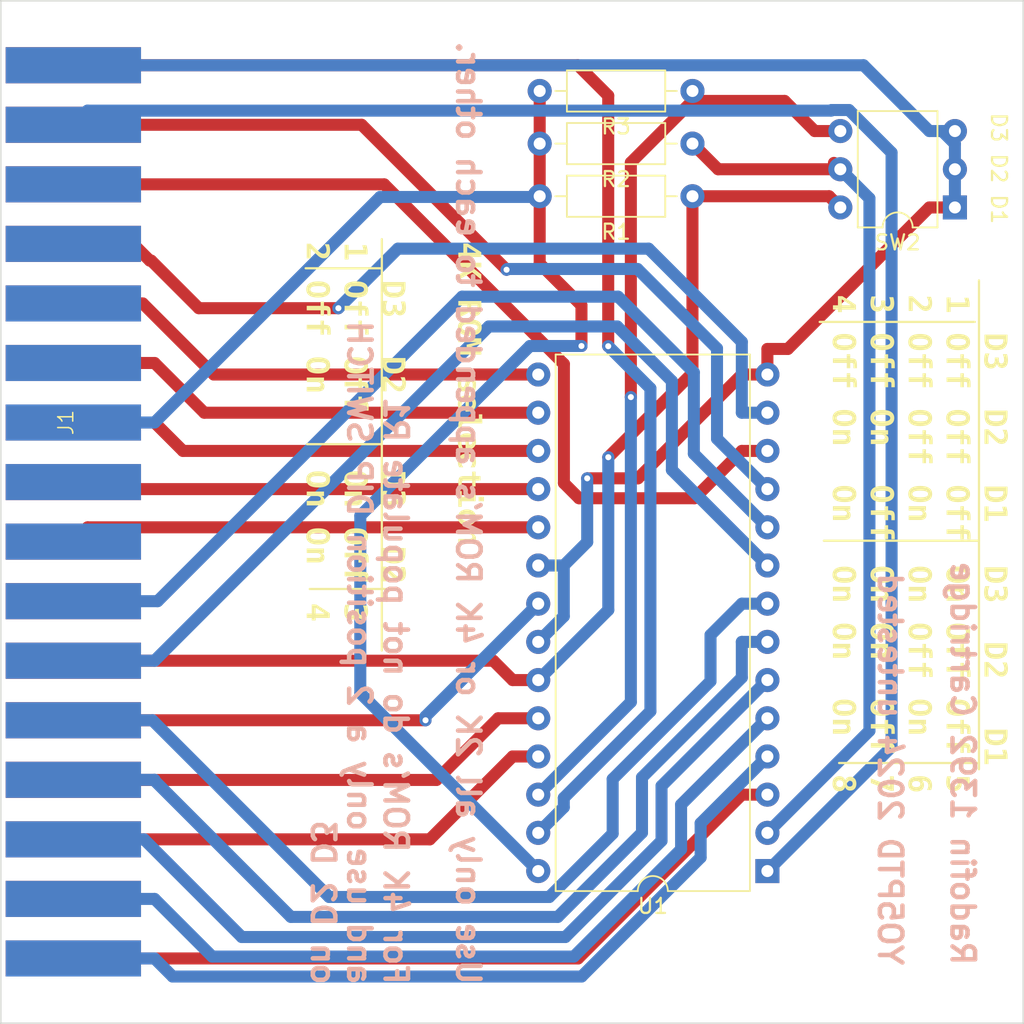
<source format=kicad_pcb>
(kicad_pcb (version 20221018) (generator pcbnew)
  (layers (0 "F.Cu" signal) (31 "B.Cu" signal) (34 "B.Paste" user) (35 "F.Paste" user) (36 "B.SilkS" user "B.Silkscreen") (37 "F.SilkS" user "F.Silkscreen") (38 "B.Mask" user) (39 "F.Mask" user) (44 "Edge.Cuts" user))
  (net 0 "")
  (net 1 "VCC")
  (net 2 "GND")
  (net 3 "/D2")
  (net 4 "/D1")
  (net 5 "/D0")
  (net 6 "/A7")
  (net 7 "/A8")
  (net 8 "/A9")
  (net 9 "/A10")
  (net 10 "/A11")
  (net 11 "/D7")
  (net 12 "/D6")
  (net 13 "/D5")
  (net 14 "/D4")
  (net 23 "/D3")
  (net 24 "/{slash}PGM")
  (net 25 "/VPP")
  (net 26 "/A0")
  (net 27 "/A1")
  (net 28 "/A2")
  (net 29 "/A3")
  (net 30 "/A4")
  (net 31 "/A5")
  (net 32 "/A6")
  (net 33 "/A12")
  (net 34 "/A13")
  (footprint "Package_DIP:DIP-28_W15.24mm" (layer "F.Cu") (at 134.9828 109.3764 180)
    (fp_text reference "U1" (at 7.62 -2.33) (layer "F.SilkS"))
    (fp_text value "27C128")
    (fp_line (start 1.16 -1.33) (end 1.16 34.35) (stroke (width 0.12)) (layer "F.SilkS"))
    (fp_line (start 1.16 34.35) (end 14.08 34.35) (stroke (width 0.12)) (layer "F.SilkS"))
    (fp_line (start 6.62 -1.33) (end 1.16 -1.33) (stroke (width 0.12)) (layer "F.SilkS"))
    (fp_line (start 14.08 -1.33) (end 8.62 -1.33) (stroke (width 0.12)) (layer "F.SilkS"))
    (fp_line (start 14.08 34.35) (end 14.08 -1.33) (stroke (width 0.12)) (layer "F.SilkS"))
    (fp_arc (start 8.62 -1.33) (mid 7.62 -0.33) (end 6.62 -1.33) (stroke (width 0.12)) (layer "F.SilkS"))
    (pad "1" thru_hole rect (at 0 0 180) (size 1.6 1.6) (drill 0.8) (layers "*.Cu" "*.Mask") (net 25 "/VPP"))
    (pad "2" thru_hole oval (at 0 2.54 180) (size 1.6 1.6) (drill 0.8) (layers "*.Cu" "*.Mask") (net 33 "/A12"))
    (pad "3" thru_hole oval (at 0 5.08 180) (size 1.6 1.6) (drill 0.8) (layers "*.Cu" "*.Mask") (net 6 "/A7"))
    (pad "4" thru_hole oval (at 0 7.62 180) (size 1.6 1.6) (drill 0.8) (layers "*.Cu" "*.Mask") (net 32 "/A6"))
    (pad "5" thru_hole oval (at 0 10.16 180) (size 1.6 1.6) (drill 0.8) (layers "*.Cu" "*.Mask") (net 31 "/A5"))
    (pad "6" thru_hole oval (at 0 12.7 180) (size 1.6 1.6) (drill 0.8) (layers "*.Cu" "*.Mask") (net 30 "/A4"))
    (pad "7" thru_hole oval (at 0 15.24 180) (size 1.6 1.6) (drill 0.8) (layers "*.Cu" "*.Mask") (net 29 "/A3"))
    (pad "8" thru_hole oval (at 0 17.78 180) (size 1.6 1.6) (drill 0.8) (layers "*.Cu" "*.Mask") (net 28 "/A2"))
    (pad "9" thru_hole oval (at 0 20.32 180) (size 1.6 1.6) (drill 0.8) (layers "*.Cu" "*.Mask") (net 27 "/A1"))
    (pad "10" thru_hole oval (at 0 22.86 180) (size 1.6 1.6) (drill 0.8) (layers "*.Cu" "*.Mask") (net 26 "/A0"))
    (pad "11" thru_hole oval (at 0 25.4 180) (size 1.6 1.6) (drill 0.8) (layers "*.Cu" "*.Mask") (net 5 "/D0"))
    (pad "12" thru_hole oval (at 0 27.94 180) (size 1.6 1.6) (drill 0.8) (layers "*.Cu" "*.Mask") (net 4 "/D1"))
    (pad "13" thru_hole oval (at 0 30.48 180) (size 1.6 1.6) (drill 0.8) (layers "*.Cu" "*.Mask") (net 3 "/D2"))
    (pad "14" thru_hole oval (at 0 33.02 180) (size 1.6 1.6) (drill 0.8) (layers "*.Cu" "*.Mask") (net 2 "GND"))
    (pad "15" thru_hole oval (at 15.24 33.02 180) (size 1.6 1.6) (drill 0.8) (layers "*.Cu" "*.Mask") (net 23 "/D3"))
    (pad "16" thru_hole oval (at 15.24 30.48 180) (size 1.6 1.6) (drill 0.8) (layers "*.Cu" "*.Mask") (net 14 "/D4"))
    (pad "17" thru_hole oval (at 15.24 27.94 180) (size 1.6 1.6) (drill 0.8) (layers "*.Cu" "*.Mask") (net 13 "/D5"))
    (pad "18" thru_hole oval (at 15.24 25.4 180) (size 1.6 1.6) (drill 0.8) (layers "*.Cu" "*.Mask") (net 12 "/D6"))
    (pad "19" thru_hole oval (at 15.24 22.86 180) (size 1.6 1.6) (drill 0.8) (layers "*.Cu" "*.Mask") (net 11 "/D7"))
    (pad "20" thru_hole oval (at 15.24 20.32 180) (size 1.6 1.6) (drill 0.8) (layers "*.Cu" "*.Mask") (net 2 "GND"))
    (pad "21" thru_hole oval (at 15.24 17.78 180) (size 1.6 1.6) (drill 0.8) (layers "*.Cu" "*.Mask") (net 9 "/A10"))
    (pad "22" thru_hole oval (at 15.24 15.24 180) (size 1.6 1.6) (drill 0.8) (layers "*.Cu" "*.Mask") (net 2 "GND"))
    (pad "23" thru_hole oval (at 15.24 12.7 180) (size 1.6 1.6) (drill 0.8) (layers "*.Cu" "*.Mask") (net 10 "/A11"))
    (pad "24" thru_hole oval (at 15.24 10.16 180) (size 1.6 1.6) (drill 0.8) (layers "*.Cu" "*.Mask") (net 8 "/A9"))
    (pad "25" thru_hole oval (at 15.24 7.62 180) (size 1.6 1.6) (drill 0.8) (layers "*.Cu" "*.Mask") (net 7 "/A8"))
    (pad "26" thru_hole oval (at 15.24 5.08 180) (size 1.6 1.6) (drill 0.8) (layers "*.Cu" "*.Mask") (net 34 "/A13"))
    (pad "27" thru_hole oval (at 15.24 2.54 180) (size 1.6 1.6) (drill 0.8) (layers "*.Cu" "*.Mask") (net 24 "/{slash}PGM"))
    (pad "28" thru_hole oval (at 15.24 0 180) (size 1.6 1.6) (drill 0.8) (layers "*.Cu" "*.Mask") (net 1 "VCC"))
  )
  (footprint "radofin_footp:radofin" (layer "F.Cu") (at 88.8283 79.5486 90)
    (fp_text reference "J1" (at 0 -0.5 90 unlocked) (layer "F.SilkS") (effects (font (thickness 0.1))))
    (fp_text value "Conn_02x16_Counter_Clockwise" hide)
    (pad "1" smd rect (at -35.64 0 90) (size 2.4 9) (layers "F.Cu" "F.Mask") (net 6 "/A7"))
    (pad "2" smd rect (at -31.68 0 90) (size 2.4 9) (layers "F.Cu" "F.Mask"))
    (pad "3" smd rect (at -27.72 0 90) (size 2.4 9) (layers "F.Cu" "F.Mask") (net 7 "/A8"))
    (pad "4" smd rect (at -23.76 0 90) (size 2.4 9) (layers "F.Cu" "F.Mask") (net 8 "/A9"))
    (pad "5" smd rect (at -19.8 0 90) (size 2.4 9) (layers "F.Cu" "F.Mask") (net 9 "/A10"))
    (pad "6" smd rect (at -15.84 0 90) (size 2.4 9) (layers "F.Cu" "F.Mask") (net 10 "/A11"))
    (pad "7" smd rect (at -11.88 0 90) (size 2.4 9) (layers "F.Cu" "F.Mask"))
    (pad "8" smd rect (at -7.92 0 90) (size 2.4 9) (layers "F.Cu" "F.Mask") (net 11 "/D7"))
    (pad "9" smd rect (at -3.96 0 90) (size 2.4 9) (layers "F.Cu" "F.Mask") (net 12 "/D6"))
    (pad "10" smd rect (at 0 0 90) (size 2.4 9) (layers "F.Cu" "F.Mask") (net 13 "/D5"))
    (pad "11" smd rect (at 3.96 0 90) (size 2.4 9) (layers "F.Cu" "F.Mask") (net 14 "/D4"))
    (pad "12" smd rect (at 7.92 0 90) (size 2.4 9) (layers "F.Cu" "F.Mask") (net 23 "/D3"))
    (pad "13" smd rect (at 11.88 0 90) (size 2.4 9) (layers "F.Cu" "F.Mask") (net 3 "/D2"))
    (pad "14" smd rect (at 15.84 0 90) (size 2.4 9) (layers "F.Cu" "F.Mask") (net 4 "/D1"))
    (pad "15" smd rect (at 19.8 0 90) (size 2.4 9) (layers "F.Cu" "F.Mask") (net 5 "/D0"))
    (pad "16" smd rect (at 23.76 0 90) (size 2.4 9) (layers "F.Cu" "F.Paste" "F.Mask") (net 24 "/{slash}PGM"))
    (pad "17" smd rect (at 23.76 0 90) (size 2.4 9) (layers "B.Cu" "B.Mask") (net 2 "GND"))
    (pad "18" smd rect (at 19.8 0 90) (size 2.4 9) (layers "B.Cu" "B.Mask") (net 25 "/VPP"))
    (pad "19" smd rect (at 15.84 0 90) (size 2.4 9) (layers "B.Cu" "B.Mask"))
    (pad "20" smd rect (at 11.88 0 90) (size 2.4 9) (layers "B.Cu" "B.Mask"))
    (pad "21" smd rect (at 7.92 0 90) (size 2.4 9) (layers "B.Cu" "B.Mask"))
    (pad "22" smd rect (at 3.96 0 90) (size 2.4 9) (layers "B.Cu" "B.Mask"))
    (pad "23" smd rect (at 0 0 90) (size 2.4 9) (layers "B.Cu" "B.Mask") (net 1 "VCC"))
    (pad "24" smd rect (at -3.96 0 90) (size 2.4 9) (layers "B.Cu" "B.Mask"))
    (pad "25" smd rect (at -7.92 0 90) (size 2.4 9) (layers "B.Cu" "B.Mask"))
    (pad "26" smd rect (at -11.88 0 90) (size 2.4 9) (layers "B.Cu" "B.Mask") (net 26 "/A0"))
    (pad "27" smd rect (at -15.84 0 90) (size 2.4 9) (layers "B.Cu" "B.Mask") (net 27 "/A1"))
    (pad "28" smd rect (at -19.8 0 90) (size 2.4 9) (layers "B.Cu" "B.Mask") (net 28 "/A2"))
    (pad "29" smd rect (at -23.76 0 90) (size 2.4 9) (layers "B.Cu" "B.Mask") (net 29 "/A3"))
    (pad "30" smd rect (at -27.72 0 90) (size 2.4 9) (layers "B.Cu" "B.Mask") (net 30 "/A4"))
    (pad "31" smd rect (at -31.68 0 90) (size 2.4 9) (layers "B.Cu" "B.Mask") (net 31 "/A5"))
    (pad "32" smd rect (at -35.64 0 90) (size 2.4 9) (layers "B.Cu" "B.Mask") (net 32 "/A6"))
  )
  (footprint "Package_DIP:DIP-6_W7.62mm" (layer "F.Cu") (at 147.4527 65.2456 180)
    (fp_text reference "SW2" (at 3.81 -2.33) (layer "F.SilkS"))
    (fp_text value "SW_DIP_x03")
    (fp_line (start 1.16 -1.33) (end 1.16 6.41) (stroke (width 0.12)) (layer "F.SilkS"))
    (fp_line (start 1.16 6.41) (end 6.46 6.41) (stroke (width 0.12)) (layer "F.SilkS"))
    (fp_line (start 2.81 -1.33) (end 1.16 -1.33) (stroke (width 0.12)) (layer "F.SilkS"))
    (fp_line (start 6.46 -1.33) (end 4.81 -1.33) (stroke (width 0.12)) (layer "F.SilkS"))
    (fp_line (start 6.46 6.41) (end 6.46 -1.33) (stroke (width 0.12)) (layer "F.SilkS"))
    (fp_arc (start 4.81 -1.33) (mid 3.81 -0.33) (end 2.81 -1.33) (stroke (width 0.12)) (layer "F.SilkS"))
    (pad "1" thru_hole rect (at 0 0 180) (size 1.6 1.6) (drill 0.8) (layers "*.Cu" "*.Mask") (net 2 "GND"))
    (pad "2" thru_hole oval (at 0 2.54 180) (size 1.6 1.6) (drill 0.8) (layers "*.Cu" "*.Mask") (net 2 "GND"))
    (pad "3" thru_hole oval (at 0 5.08 180) (size 1.6 1.6) (drill 0.8) (layers "*.Cu" "*.Mask") (net 2 "GND"))
    (pad "4" thru_hole oval (at 7.62 5.08 180) (size 1.6 1.6) (drill 0.8) (layers "*.Cu" "*.Mask") (net 34 "/A13"))
    (pad "5" thru_hole oval (at 7.62 2.54 180) (size 1.6 1.6) (drill 0.8) (layers "*.Cu" "*.Mask") (net 33 "/A12"))
    (pad "6" thru_hole oval (at 7.62 0 180) (size 1.6 1.6) (drill 0.8) (layers "*.Cu" "*.Mask") (net 10 "/A11"))
  )
  (footprint "Resistor_THT:R_Axial_DIN0207_L6.3mm_D2.5mm_P10.16mm_Horizontal" (layer "F.Cu") (at 130 61 180)
    (fp_text reference "R2" (at 5.08 -2.37) (layer "F.SilkS"))
    (fp_text value "10k")
    (fp_line (start 1.04 0) (end 1.81 0) (stroke (width 0.12)) (layer "F.SilkS"))
    (fp_line (start 1.81 -1.37) (end 1.81 1.37) (stroke (width 0.12)) (layer "F.SilkS"))
    (fp_line (start 1.81 1.37) (end 8.35 1.37) (stroke (width 0.12)) (layer "F.SilkS"))
    (fp_line (start 8.35 -1.37) (end 1.81 -1.37) (stroke (width 0.12)) (layer "F.SilkS"))
    (fp_line (start 8.35 1.37) (end 8.35 -1.37) (stroke (width 0.12)) (layer "F.SilkS"))
    (fp_line (start 9.12 0) (end 8.35 0) (stroke (width 0.12)) (layer "F.SilkS"))
    (pad "1" thru_hole circle (at 0 0 180) (size 1.6 1.6) (drill 0.8) (layers "*.Cu" "*.Mask") (net 33 "/A12"))
    (pad "2" thru_hole oval (at 10.16 0 180) (size 1.6 1.6) (drill 0.8) (layers "*.Cu" "*.Mask") (net 1 "VCC"))
  )
  (footprint "Resistor_THT:R_Axial_DIN0207_L6.3mm_D2.5mm_P10.16mm_Horizontal" (layer "F.Cu") (at 130 64.5 180)
    (fp_text reference "R1" (at 5.08 -2.37) (layer "F.SilkS"))
    (fp_text value "10k")
    (fp_line (start 1.04 0) (end 1.81 0) (stroke (width 0.12)) (layer "F.SilkS"))
    (fp_line (start 1.81 -1.37) (end 1.81 1.37) (stroke (width 0.12)) (layer "F.SilkS"))
    (fp_line (start 1.81 1.37) (end 8.35 1.37) (stroke (width 0.12)) (layer "F.SilkS"))
    (fp_line (start 8.35 -1.37) (end 1.81 -1.37) (stroke (width 0.12)) (layer "F.SilkS"))
    (fp_line (start 8.35 1.37) (end 8.35 -1.37) (stroke (width 0.12)) (layer "F.SilkS"))
    (fp_line (start 9.12 0) (end 8.35 0) (stroke (width 0.12)) (layer "F.SilkS"))
    (pad "1" thru_hole circle (at 0 0 180) (size 1.6 1.6) (drill 0.8) (layers "*.Cu" "*.Mask") (net 10 "/A11"))
    (pad "2" thru_hole oval (at 10.16 0 180) (size 1.6 1.6) (drill 0.8) (layers "*.Cu" "*.Mask") (net 1 "VCC"))
  )
  (footprint "Resistor_THT:R_Axial_DIN0207_L6.3mm_D2.5mm_P10.16mm_Horizontal" (layer "F.Cu") (at 130 57.5 180)
    (fp_text reference "R3" (at 5.08 -2.37) (layer "F.SilkS"))
    (fp_text value "10k")
    (fp_line (start 1.04 0) (end 1.81 0) (stroke (width 0.12)) (layer "F.SilkS"))
    (fp_line (start 1.81 -1.37) (end 1.81 1.37) (stroke (width 0.12)) (layer "F.SilkS"))
    (fp_line (start 1.81 1.37) (end 8.35 1.37) (stroke (width 0.12)) (layer "F.SilkS"))
    (fp_line (start 8.35 -1.37) (end 1.81 -1.37) (stroke (width 0.12)) (layer "F.SilkS"))
    (fp_line (start 8.35 1.37) (end 8.35 -1.37) (stroke (width 0.12)) (layer "F.SilkS"))
    (fp_line (start 9.12 0) (end 8.35 0) (stroke (width 0.12)) (layer "F.SilkS"))
    (pad "1" thru_hole circle (at 0 0 180) (size 1.6 1.6) (drill 0.8) (layers "*.Cu" "*.Mask") (net 34 "/A13"))
    (pad "2" thru_hole oval (at 10.16 0 180) (size 1.6 1.6) (drill 0.8) (layers "*.Cu" "*.Mask") (net 1 "VCC"))
  )
  (gr_line (start 138.738526 87.409819) (end 149.053594 87.409819) (stroke (width 0.15)) (layer "F.SilkS"))
  (gr_line (start 104.551865 90.620012) (end 109.617301 90.620012) (stroke (width 0.15)) (layer "F.SilkS"))
  (gr_line (start 149.053594 70.095239) (end 149.053594 102.606126) (stroke (width 0.15)) (layer "F.SilkS"))
  (gr_line (start 138.462229 72.858204) (end 148.777298 72.858204) (stroke (width 0.15)) (layer "F.SilkS"))
  (gr_line (start 104.369373 80.987157) (end 109.34271 80.987157) (stroke (width 0.15)) (layer "F.SilkS"))
  (gr_line (start 104.277274 69.290605) (end 109.34271 69.290605) (stroke (width 0.15)) (layer "F.SilkS"))
  (gr_line (start 139.751611 102.19168) (end 149.053594 102.19168) (stroke (width 0.15)) (layer "F.SilkS"))
  (gr_line (start 109.34271 67.35653) (end 109.34271 94.709882) (stroke (width 0.15)) (layer "F.SilkS"))
  (gr_rect (start 84 51.5) (end 152 119.5) (stroke (width 0.1)) (fill none) (layer "Edge.Cuts"))
  (gr_text "Use only all 2K or 4K ROM's appended to each other.\n\nFor 4K ROM's do not populate R1\nand use only a 2 position DIP SWITCH \non D2 D3" (at 104.55357 117.089898 270) (layer "B.SilkS") (effects (font (size 1.5 1.5) (thickness 0.3) bold) (justify left bottom mirror)))
  (gr_text "Radofin 1392 Cartridge\n\nYO5PTD 2024 untested" (at 142.263864 115.79843 -90) (layer "B.SilkS") (effects (font (size 1.5 1.5) (thickness 0.3) bold) (justify left bottom mirror)))
  (gr_text "4K ROM selection\n\n  D3  D2    D3  D2	\n1 Off Off   On Off 3\n2 Off On    On On  4" (at 104.093076 67.540728 270) (layer "F.SilkS") (effects (font (size 1.5 1.5) (thickness 0.3) bold) (justify left bottom)))
  (gr_text "  D3  D2  D1	D3  D2	D1\n1 Off Off Off	On Off Off 5\n2 Off Off On 	On Off On  6\n3 Off On  Off	On On  Off 7\n4 Off On  On	On On  On  8" (at 139.086454 71.038399 270) (layer "F.SilkS") (effects (font (size 1.5 1.5) (thickness 0.3) bold) (justify left bottom)))
  (gr_text "D3 D2 D1" (at 149.790385 58.859182 -90) (layer "F.SilkS") (effects (font (size 1 1)) (justify left bottom)))
  (segment (start 122.6182 71.7603) (end 122.6182 74.4603) (width 0.8) (layer "F.Cu") (net 1))
  (segment (start 119.84 68.9821) (end 119.84 57.5) (width 0.8) (layer "F.Cu") (net 1))
  (segment (start 119.84 68.9821) (end 122.6182 71.7603) (width 0.8) (layer "F.Cu") (net 1))
  (via (at 122.6182 74.4603) (size 0.8) (drill 0.4) (layers "F.Cu" "B.Cu") (net 1))
  (segment (start 109.228529 64.548471) (end 119.791529 64.548471) (width 0.8) (layer "B.Cu") (net 1))
  (segment (start 119.1939 74.4603) (end 122.6182 74.4603) (width 0.8) (layer "B.Cu") (net 1))
  (segment (start 107.9107 85.7435) (end 119.1939 74.4603) (width 0.8) (layer "B.Cu") (net 1))
  (segment (start 119.791529 64.548471) (end 119.84 64.5) (width 0.8) (layer "B.Cu") (net 1))
  (segment (start 107.9107 97.5443) (end 107.9107 85.7435) (width 0.8) (layer "B.Cu") (net 1))
  (segment (start 119.7428 109.3764) (end 107.9107 97.5443) (width 0.8) (layer "B.Cu") (net 1))
  (segment (start 88.8283 79.5486) (end 94.2284 79.5486) (width 0.8) (layer "B.Cu") (net 1))
  (segment (start 94.2284 79.5486) (end 109.228529 64.548471) (width 0.8) (layer "B.Cu") (net 1))
  (segment (start 136.3419 74.6563) (end 134.9828 74.6563) (width 0.8) (layer "F.Cu") (net 2))
  (segment (start 145.7526 65.2456) (end 136.3419 74.6563) (width 0.8) (layer "F.Cu") (net 2))
  (segment (start 134.9828 76.3564) (end 133.2827 76.3564) (width 0.8) (layer "F.Cu") (net 2))
  (segment (start 134.9828 76.3564) (end 134.9828 74.6563) (width 0.8) (layer "F.Cu") (net 2))
  (segment (start 122.9989 83.2592) (end 126.3799 83.2592) (width 0.8) (layer "F.Cu") (net 2))
  (segment (start 147.4527 65.2456) (end 145.7526 65.2456) (width 0.8) (layer "F.Cu") (net 2))
  (segment (start 126.3799 83.2592) (end 133.2827 76.3564) (width 0.8) (layer "F.Cu") (net 2))
  (via (at 122.9989 83.2592) (size 0.8) (drill 0.4) (layers "F.Cu" "B.Cu") (net 2))
  (segment (start 119.7428 94.1364) (end 121.4429 92.4363) (width 0.8) (layer "B.Cu") (net 2))
  (segment (start 141.3756 55.7886) (end 145.7526 60.1656) (width 0.8) (layer "B.Cu") (net 2))
  (segment (start 147.4527 62.7056) (end 147.4527 61.0055) (width 0.8) (layer "B.Cu") (net 2))
  (segment (start 88.8283 55.7886) (end 141.3756 55.7886) (width 0.8) (layer "B.Cu") (net 2))
  (segment (start 147.4527 65.2456) (end 147.4527 62.7056) (width 0.8) (layer "B.Cu") (net 2))
  (segment (start 147.4426 61.0055) (end 147.4527 61.0055) (width 0.8) (layer "B.Cu") (net 2))
  (segment (start 147.4527 60.1656) (end 146.6027 60.1656) (width 0.8) (layer "B.Cu") (net 2))
  (segment (start 122.9989 87.5004) (end 122.9989 83.2592) (width 0.8) (layer "B.Cu") (net 2))
  (segment (start 145.7526 60.1656) (end 146.6027 60.1656) (width 0.8) (layer "B.Cu") (net 2))
  (segment (start 119.7428 89.0564) (end 121.4429 89.0564) (width 0.8) (layer "B.Cu") (net 2))
  (segment (start 146.6027 60.1656) (end 147.4426 61.0055) (width 0.8) (layer "B.Cu") (net 2))
  (segment (start 121.4429 89.0564) (end 122.9989 87.5004) (width 0.8) (layer "B.Cu") (net 2))
  (segment (start 121.4429 92.4363) (end 121.4429 89.0564) (width 0.8) (layer "B.Cu") (net 2))
  (segment (start 92.799029 67.6686) (end 88.8283 67.6686) (width 0.8) (layer "F.Cu") (net 3))
  (segment (start 94.003777 68.781249) (end 93.911678 68.781249) (width 0.8) (layer "F.Cu") (net 3))
  (segment (start 106.453234 71.9453) (end 97.167828 71.9453) (width 0.8) (layer "F.Cu") (net 3))
  (segment (start 93.911678 68.781249) (end 92.799029 67.6686) (width 0.8) (layer "F.Cu") (net 3))
  (segment (start 97.167828 71.9453) (end 94.003777 68.781249) (width 0.8) (layer "F.Cu") (net 3))
  (via (at 106.453234 71.9453) (size 0.8) (drill 0.4) (layers "F.Cu" "B.Cu") (net 3))
  (segment (start 110.411708 67.986826) (end 127.083372 67.986826) (width 0.8) (layer "B.Cu") (net 3))
  (segment (start 127.083372 67.986826) (end 133.2827 74.186154) (width 0.8) (layer "B.Cu") (net 3))
  (segment (start 133.2827 78.8964) (end 134.9828 78.8964) (width 0.8) (layer "B.Cu") (net 3))
  (segment (start 133.2827 74.186154) (end 133.2827 78.8964) (width 0.8) (layer "B.Cu") (net 3))
  (segment (start 106.453234 71.9453) (end 110.411708 67.986826) (width 0.8) (layer "B.Cu") (net 3))
  (segment (start 122.4546 84.5835) (end 130.1356 84.5835) (width 0.8) (layer "F.Cu") (net 4))
  (segment (start 121.45 75.6579) (end 121.45 83.5789) (width 0.8) (layer "F.Cu") (net 4))
  (segment (start 121.45 83.5789) (end 122.4546 84.5835) (width 0.8) (layer "F.Cu") (net 4))
  (segment (start 88.8283 63.7086) (end 109.5007 63.7086) (width 0.8) (layer "F.Cu") (net 4))
  (segment (start 134.9828 81.4364) (end 133.2827 81.4364) (width 0.8) (layer "F.Cu") (net 4))
  (segment (start 130.1356 84.5835) (end 133.2827 81.4364) (width 0.8) (layer "F.Cu") (net 4))
  (segment (start 109.5007 63.7086) (end 121.45 75.6579) (width 0.8) (layer "F.Cu") (net 4))
  (segment (start 117.63795 69.38895) (end 107.9976 59.7486) (width 0.8) (layer "F.Cu") (net 5))
  (segment (start 107.9976 59.7486) (end 88.8283 59.7486) (width 0.8) (layer "F.Cu") (net 5))
  (via (at 117.63795 69.38895) (size 0.8) (drill 0.4) (layers "F.Cu" "B.Cu") (net 5))
  (segment (start 131.6324 80.626) (end 134.9828 83.9764) (width 0.8) (layer "B.Cu") (net 5))
  (segment (start 117.689291 69.337609) (end 126.346582 69.337609) (width 0.8) (layer "B.Cu") (net 5))
  (segment (start 131.6324 74.623427) (end 131.6324 80.626) (width 0.8) (layer "B.Cu") (net 5))
  (segment (start 117.63795 69.38895) (end 117.689291 69.337609) (width 0.8) (layer "B.Cu") (net 5))
  (segment (start 126.346582 69.337609) (end 131.6324 74.623427) (width 0.8) (layer "B.Cu") (net 5))
  (segment (start 134.9828 104.2964) (end 133.2827 104.2964) (width 0.8) (layer "F.Cu") (net 6))
  (segment (start 122.3905 115.1886) (end 133.2827 104.2964) (width 0.8) (layer "F.Cu") (net 6))
  (segment (start 88.8283 115.1886) (end 122.3905 115.1886) (width 0.8) (layer "F.Cu") (net 6))
  (segment (start 112.5305 107.2686) (end 118.0427 101.7564) (width 0.8) (layer "F.Cu") (net 7))
  (segment (start 88.8283 107.2686) (end 112.5305 107.2686) (width 0.8) (layer "F.Cu") (net 7))
  (segment (start 119.7428 101.7564) (end 118.0427 101.7564) (width 0.8) (layer "F.Cu") (net 7))
  (segment (start 119.7428 99.2164) (end 117.078046 99.2164) (width 0.8) (layer "F.Cu") (net 8))
  (segment (start 117.078046 99.2164) (end 112.976136 103.31831) (width 0.8) (layer "F.Cu") (net 8))
  (segment (start 88.83801 103.31831) (end 88.8283 103.3086) (width 0.8) (layer "F.Cu") (net 8))
  (segment (start 112.976136 103.31831) (end 88.83801 103.31831) (width 0.8) (layer "F.Cu") (net 8))
  (segment (start 112.248806 99.3486) (end 88.8283 99.3486) (width 0.8) (layer "F.Cu") (net 9))
  (via (at 112.248806 99.3486) (size 0.8) (drill 0.4) (layers "F.Cu" "B.Cu") (net 9))
  (segment (start 112.248806 99.3486) (end 112.248806 99.090394) (width 0.8) (layer "B.Cu") (net 9))
  (segment (start 112.248806 99.090394) (end 119.7428 91.5964) (width 0.8) (layer "B.Cu") (net 9))
  (segment (start 130 76.258) (end 130 64.5) (width 0.8) (layer "F.Cu") (net 10))
  (segment (start 130 76.258) (end 124.402 81.856) (width 0.8) (layer "F.Cu") (net 10))
  (segment (start 119.7428 96.6764) (end 118.0427 96.6764) (width 0.8) (layer "F.Cu") (net 10))
  (segment (start 130 64.5) (end 139.0871 64.5) (width 0.8) (layer "F.Cu") (net 10))
  (segment (start 118.0427 96.6764) (end 116.7549 95.3886) (width 0.8) (layer "F.Cu") (net 10))
  (segment (start 116.7549 95.3886) (end 88.8283 95.3886) (width 0.8) (layer "F.Cu") (net 10))
  (segment (start 139.0871 64.5) (end 139.8327 65.2456) (width 0.8) (layer "F.Cu") (net 10))
  (via (at 124.402 81.856) (size 0.8) (drill 0.4) (layers "F.Cu" "B.Cu") (net 10))
  (segment (start 119.7428 96.6764) (end 124.402 92.0172) (width 0.8) (layer "B.Cu") (net 10))
  (segment (start 124.402 92.0172) (end 124.402 81.856) (width 0.8) (layer "B.Cu") (net 10))
  (segment (start 89.7805 86.5164) (end 119.7428 86.5164) (width 0.8) (layer "F.Cu") (net 11))
  (segment (start 88.8283 87.4686) (end 89.7805 86.5164) (width 0.8) (layer "F.Cu") (net 11))
  (segment (start 89.2961 83.9764) (end 119.7428 83.9764) (width 0.8) (layer "F.Cu") (net 12))
  (segment (start 88.8283 83.5086) (end 89.2961 83.9764) (width 0.8) (layer "F.Cu") (net 12))
  (segment (start 96.1162 81.4364) (end 119.7428 81.4364) (width 0.8) (layer "F.Cu") (net 13))
  (segment (start 88.8283 79.5486) (end 94.2284 79.5486) (width 0.8) (layer "F.Cu") (net 13))
  (segment (start 94.2284 79.5486) (end 96.1162 81.4364) (width 0.8) (layer "F.Cu") (net 13))
  (segment (start 97.5362 78.8964) (end 119.7428 78.8964) (width 0.8) (layer "F.Cu") (net 14))
  (segment (start 88.8283 75.5886) (end 94.2284 75.5886) (width 0.8) (layer "F.Cu") (net 14))
  (segment (start 94.2284 75.5886) (end 97.5362 78.8964) (width 0.8) (layer "F.Cu") (net 14))
  (segment (start 98.171271 76.3564) (end 119.7428 76.3564) (width 0.8) (layer "F.Cu") (net 23))
  (segment (start 93.443471 71.6286) (end 98.171271 76.3564) (width 0.8) (layer "F.Cu") (net 23))
  (segment (start 88.8283 71.6286) (end 93.443471 71.6286) (width 0.8) (layer "F.Cu") (net 23))
  (segment (start 124.3976 57.807349) (end 124.3976 74.4731) (width 0.8) (layer "F.Cu") (net 24))
  (segment (start 122.378851 55.7886) (end 124.3976 57.807349) (width 0.8) (layer "F.Cu") (net 24))
  (segment (start 88.8283 55.7886) (end 122.378851 55.7886) (width 0.8) (layer "F.Cu") (net 24))
  (via (at 124.3976 74.4731) (size 0.8) (drill 0.4) (layers "F.Cu" "B.Cu") (net 24))
  (segment (start 127.2031 98.7509) (end 121.4429 104.5111) (width 0.8) (layer "B.Cu") (net 24))
  (segment (start 127.2031 77.2786) (end 127.2031 98.7509) (width 0.8) (layer "B.Cu") (net 24))
  (segment (start 124.3976 74.4731) (end 127.2031 77.2786) (width 0.8) (layer "B.Cu") (net 24))
  (segment (start 121.4429 104.5111) (end 121.4429 105.1363) (width 0.8) (layer "B.Cu") (net 24))
  (segment (start 121.4429 105.1363) (end 119.7428 106.8364) (width 0.8) (layer "B.Cu") (net 24))
  (segment (start 139.259914 58.7656) (end 139.21787 58.807644) (width 0.8) (layer "B.Cu") (net 25))
  (segment (start 140.405486 58.7656) (end 139.259914 58.7656) (width 0.8) (layer "B.Cu") (net 25))
  (segment (start 139.21787 58.807644) (end 89.769256 58.807644) (width 0.8) (layer "B.Cu") (net 25))
  (segment (start 89.769256 58.807644) (end 88.8283 59.7486) (width 0.8) (layer "B.Cu") (net 25))
  (segment (start 134.9828 109.3764) (end 143.241601 101.117599) (width 0.8) (layer "B.Cu") (net 25))
  (segment (start 143.241601 101.117599) (end 143.241601 61.601715) (width 0.8) (layer "B.Cu") (net 25))
  (segment (start 143.241601 61.601715) (end 140.405486 58.7656) (width 0.8) (layer "B.Cu") (net 25))
  (segment (start 130.091934 76.214321) (end 125.057198 71.179585) (width 0.8) (layer "B.Cu") (net 26))
  (segment (start 130.091934 81.625534) (end 130.091934 76.214321) (width 0.8) (layer "B.Cu") (net 26))
  (segment (start 114.68073 71.179585) (end 94.431715 91.4286) (width 0.8) (layer "B.Cu") (net 26))
  (segment (start 125.057198 71.179585) (end 114.68073 71.179585) (width 0.8) (layer "B.Cu") (net 26))
  (segment (start 134.9828 86.5164) (end 130.091934 81.625534) (width 0.8) (layer "B.Cu") (net 26))
  (segment (start 94.431715 91.4286) (end 88.8283 91.4286) (width 0.8) (layer "B.Cu") (net 26))
  (segment (start 88.8283 95.3886) (end 94.2284 95.3886) (width 0.8) (layer "B.Cu") (net 27))
  (segment (start 116.4568 73.1602) (end 94.2284 95.3886) (width 0.8) (layer "B.Cu") (net 27))
  (segment (start 128.6311 76.7937) (end 124.9976 73.1602) (width 0.8) (layer "B.Cu") (net 27))
  (segment (start 128.6311 82.7047) (end 128.6311 76.7937) (width 0.8) (layer "B.Cu") (net 27))
  (segment (start 134.9828 89.0564) (end 128.6311 82.7047) (width 0.8) (layer "B.Cu") (net 27))
  (segment (start 124.9976 73.1602) (end 116.4568 73.1602) (width 0.8) (layer "B.Cu") (net 27))
  (segment (start 105.838715 111.1009) (end 120.4763 111.1009) (width 0.8) (layer "B.Cu") (net 28))
  (segment (start 131.2005 96.7526) (end 131.2005 93.6786) (width 0.8) (layer "B.Cu") (net 28))
  (segment (start 120.4763 111.1009) (end 124.6934 106.8838) (width 0.8) (layer "B.Cu") (net 28))
  (segment (start 131.2005 93.6786) (end 133.2827 91.5964) (width 0.8) (layer "B.Cu") (net 28))
  (segment (start 94.086415 99.3486) (end 105.838715 111.1009) (width 0.8) (layer "B.Cu") (net 28))
  (segment (start 124.6934 103.2597) (end 131.2005 96.7526) (width 0.8) (layer "B.Cu") (net 28))
  (segment (start 133.2827 91.5964) (end 134.9828 91.5964) (width 0.8) (layer "B.Cu") (net 28))
  (segment (start 88.8283 99.3486) (end 94.086415 99.3486) (width 0.8) (layer "B.Cu") (net 28))
  (segment (start 124.6934 106.8838) (end 124.6934 103.2597) (width 0.8) (layer "B.Cu") (net 28))
  (segment (start 121.044 112.4255) (end 126.6434 106.8261) (width 0.8) (layer "B.Cu") (net 29))
  (segment (start 126.6434 106.8261) (end 126.6434 103.1484) (width 0.8) (layer "B.Cu") (net 29))
  (segment (start 133.2827 96.5091) (end 133.2827 94.1364) (width 0.8) (layer "B.Cu") (net 29))
  (segment (start 103.295164 112.4255) (end 121.044 112.4255) (width 0.8) (layer "B.Cu") (net 29))
  (segment (start 94.2284 103.3086) (end 94.2284 103.358736) (width 0.8) (layer "B.Cu") (net 29))
  (segment (start 133.2827 94.1364) (end 134.9828 94.1364) (width 0.8) (layer "B.Cu") (net 29))
  (segment (start 88.8283 103.3086) (end 94.2284 103.3086) (width 0.8) (layer "B.Cu") (net 29))
  (segment (start 94.2284 103.358736) (end 103.295164 112.4255) (width 0.8) (layer "B.Cu") (net 29))
  (segment (start 126.6434 103.1484) (end 133.2827 96.5091) (width 0.8) (layer "B.Cu") (net 29))
  (segment (start 88.8283 107.2686) (end 93.533323 107.2686) (width 0.8) (layer "B.Cu") (net 30))
  (segment (start 127.9435 107.3647) (end 127.9435 103.7157) (width 0.8) (layer "B.Cu") (net 30))
  (segment (start 100.027923 113.7632) (end 121.545 113.7632) (width 0.8) (layer "B.Cu") (net 30))
  (segment (start 93.533323 107.2686) (end 100.027923 113.7632) (width 0.8) (layer "B.Cu") (net 30))
  (segment (start 127.9435 103.7157) (end 134.9828 96.6764) (width 0.8) (layer "B.Cu") (net 30))
  (segment (start 121.545 113.7632) (end 127.9435 107.3647) (width 0.8) (layer "B.Cu") (net 30))
  (segment (start 88.8283 111.2286) (end 94.2284 111.2286) (width 0.8) (layer "B.Cu") (net 31))
  (segment (start 98.0632 115.0634) (end 122.1124 115.0634) (width 0.8) (layer "B.Cu") (net 31))
  (segment (start 122.1124 115.0634) (end 129.2436 107.9322) (width 0.8) (layer "B.Cu") (net 31))
  (segment (start 129.2436 104.9556) (end 134.9828 99.2164) (width 0.8) (layer "B.Cu") (net 31))
  (segment (start 94.2284 111.2286) (end 98.0632 115.0634) (width 0.8) (layer "B.Cu") (net 31))
  (segment (start 129.2436 107.9322) (end 129.2436 104.9556) (width 0.8) (layer "B.Cu") (net 31))
  (segment (start 130.5438 108.4733) (end 130.5438 106.1954) (width 0.8) (layer "B.Cu") (net 32))
  (segment (start 122.6263 116.3908) (end 130.5438 108.4733) (width 0.8) (layer "B.Cu") (net 32))
  (segment (start 94.2284 115.1886) (end 95.4306 116.3908) (width 0.8) (layer "B.Cu") (net 32))
  (segment (start 130.5438 106.1954) (end 134.9828 101.7564) (width 0.8) (layer "B.Cu") (net 32))
  (segment (start 95.4306 116.3908) (end 122.6263 116.3908) (width 0.8) (layer "B.Cu") (net 32))
  (segment (start 88.8283 115.1886) (end 94.2284 115.1886) (width 0.8) (layer "B.Cu") (net 32))
  (segment (start 131.7056 62.7056) (end 130 61) (width 0.8) (layer "F.Cu") (net 33))
  (segment (start 139.8327 62.7056) (end 131.7056 62.7056) (width 0.8) (layer "F.Cu") (net 33))
  (segment (start 139.4091 62.282) (end 139.8327 62.7056) (width 0.8) (layer "F.Cu") (net 33))
  (segment (start 134.9828 106.8364) (end 141.76802 100.05118) (width 0.8) (layer "B.Cu") (net 33))
  (segment (start 141.76802 100.05118) (end 141.76802 64.64092) (width 0.8) (layer "B.Cu") (net 33))
  (segment (start 141.76802 64.64092) (end 139.8327 62.7056) (width 0.8) (layer "B.Cu") (net 33))
  (segment (start 139.8327 60.1656) (end 138.1326 60.1656) (width 0.8) (layer "F.Cu") (net 34))
  (segment (start 125.9029 62.2578) (end 130 58.1607) (width 0.8) (layer "F.Cu") (net 34))
  (segment (start 136.1277 58.1607) (end 138.1326 60.1656) (width 0.8) (layer "F.Cu") (net 34))
  (segment (start 125.9029 77.8582) (end 125.9029 62.2578) (width 0.8) (layer "F.Cu") (net 34))
  (segment (start 130 57.282) (end 130 58.1607) (width 0.8) (layer "F.Cu") (net 34))
  (segment (start 130 58.1607) (end 136.1277 58.1607) (width 0.8) (layer "F.Cu") (net 34))
  (via (at 125.9029 77.8582) (size 0.8) (drill 0.4) (layers "F.Cu" "B.Cu") (net 34))
  (segment (start 125.9029 98.1363) (end 125.9029 77.8582) (width 0.8) (layer "B.Cu") (net 34))
  (segment (start 119.7428 104.2964) (end 125.9029 98.1363) (width 0.8) (layer "B.Cu") (net 34))
)
</source>
